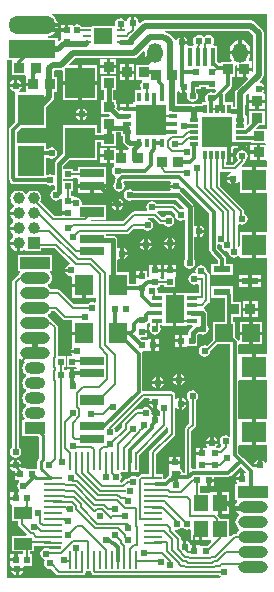
<source format=gtl>
%FSTAX23Y23*%
%MOIN*%
%SFA1B1*%

%IPPOS*%
%ADD10R,0.078740X0.031500*%
%ADD11R,0.078740X0.035430*%
%ADD12R,0.078740X0.070870*%
%ADD13R,0.033470X0.037400*%
%ADD14R,0.011810X0.028740*%
%ADD15R,0.028740X0.011810*%
%ADD16R,0.098430X0.098430*%
%ADD17R,0.057090X0.023620*%
%ADD18R,0.019690X0.023620*%
%ADD19R,0.023620X0.019690*%
%ADD20R,0.048000X0.056000*%
%ADD21R,0.023620X0.024410*%
%ADD22R,0.061020X0.039370*%
%ADD23R,0.060000X0.060000*%
%ADD24R,0.037400X0.033470*%
%ADD25R,0.104000X0.104000*%
%ADD26R,0.031500X0.013780*%
%ADD27R,0.013780X0.031500*%
%ADD28R,0.063000X0.071000*%
%ADD29R,0.015750X0.062990*%
%ADD30R,0.099000X0.101000*%
%ADD31R,0.059060X0.009840*%
%ADD32R,0.009840X0.059060*%
%ADD33R,0.090550X0.104330*%
%ADD34R,0.064960X0.094490*%
%ADD35R,0.033470X0.013780*%
%ADD36R,0.064960X0.053150*%
%ADD37R,0.027560X0.009840*%
%ADD38C,0.020000*%
%ADD39C,0.008000*%
%ADD40C,0.012000*%
%ADD41C,0.010000*%
%ADD42C,0.025000*%
%ADD43C,0.015000*%
%ADD44C,0.013780*%
%ADD45R,0.098430X0.039370*%
%ADD46O,0.098430X0.039370*%
%ADD47C,0.039370*%
%ADD48R,0.039370X0.039370*%
%ADD49R,0.068900X0.039370*%
%ADD50O,0.068900X0.039370*%
%ADD51O,0.051180X0.066930*%
%ADD52R,0.157480X0.059060*%
%ADD53O,0.157480X0.059060*%
%ADD54C,0.024000*%
%LNpowerpcb-1*%
%LPD*%
G36*
X00477Y-01285D02*
X00476Y-01287D01*
X00475Y-01289*
X00495*
Y-01295*
X005*
Y-01314*
X00501Y-01314*
X00505Y-01316*
X00506Y-01317*
X00507Y-01322*
X00511Y-01328*
X00513Y-0133*
Y-01338*
X00511Y-01339*
X00508Y-0134*
X00502Y-01336*
X005Y-01335*
Y-01355*
X00489*
Y-01335*
X00488Y-01336*
X00485Y-01334*
X00483Y-01332*
X00484Y-0133*
X00482Y-01322*
X00478Y-01316*
X00472Y-01312*
X00465Y-0131*
X00457Y-01312*
X00451Y-01316*
X00449Y-01318*
X00435*
X0043Y-01319*
X00427Y-01322*
X00389Y-0136*
X00386Y-01363*
X00385Y-01368*
Y-01378*
X00369Y-01395*
X00363Y-01393*
X00362Y-01387*
X00359Y-01381*
X00459Y-01281*
X00475*
X00477Y-01285*
G37*
G36*
X00538Y-0138D02*
Y-01395D01*
X00479Y-01454*
X00476Y-01458*
X00475Y-01462*
Y-01535*
X0045*
Y-01535*
X00446Y-01536*
X00442Y-01539*
X00438Y-01543*
X00434Y-01544*
X0043Y-01541*
X00423Y-0154*
X00416Y-01541*
X00409Y-01546*
X00408Y-01548*
X00404*
X004Y-01549*
X00396Y-01551*
X00384Y-01563*
X0038*
X00378Y-01558*
X00378Y-01558*
X00382Y-01552*
X00384Y-01545*
X00382Y-01537*
X00378Y-01531*
X00379Y-0153*
X0038Y-01526*
X00397*
Y-01527*
X00404*
Y-0149*
X00416*
Y-01527*
X00423*
Y-01526*
X00441*
Y-0147*
X00532Y-01379*
X00533Y-01378*
X00538Y-0138*
G37*
G36*
X00782Y-01511D02*
X00798Y-01527D01*
X00798Y-01529*
X00793Y-01531*
X00792Y-01531*
X0079Y-0153*
Y-0155*
X00785*
Y-01555*
X00765*
X00766Y-01557*
X00769Y-01563*
X00768Y-01568*
X00763*
Y-01621*
X00767*
X00769Y-01626*
X00766Y-01631*
X00763Y-01637*
X00763Y-01639*
X0082*
Y-0165*
X00763*
X00763Y-01652*
X00766Y-01658*
X0077Y-01664*
X00774Y-01667*
X00774Y-01673*
X00774Y-01673*
X00771Y-01675*
X00767Y-01681*
X00764Y-01688*
X00763Y-01695*
X00764Y-01701*
X00767Y-01708*
X00771Y-01714*
X00775Y-01716*
X00775Y-01717*
Y-01722*
X00775Y-01723*
X00771Y-01725*
X00767Y-01731*
X00766Y-01733*
X0076*
X00755Y-01734*
X00752Y-01737*
X00747Y-01742*
X00742Y-0174*
Y-01683*
X0071*
X0071Y-0168*
X00707Y-01677*
X00702Y-01671*
X00704Y-01666*
X00705*
Y-01631*
Y-01595*
X00679*
X00679Y-01596*
X00646*
Y-01573*
X00652*
X00656Y-01574*
Y-01574*
X00668*
Y-01555*
X00674*
Y-01549*
X00692*
Y-01543*
X00739*
X00744Y-01542*
X00749Y-01539*
X00777Y-01511*
X00782*
G37*
G36*
X00461Y-00126D02*
Y-00137D01*
X00463Y-00145*
X00466Y-00153*
X00471Y-0016*
X00476Y-00164*
X00474Y-00169*
X00433*
Y-0022*
X0045*
X00452Y-00225*
X00451Y-00226*
X00447Y-00232*
X00445Y-0024*
X00447Y-00247*
X00449Y-0025*
X00446Y-00255*
X00427*
Y-00295*
X0042*
Y-00301*
X00409*
Y-00316*
X00403*
Y-00322*
X00379*
Y-00322*
X00374Y-00324*
X00365Y-00316*
Y-00315*
X00367Y-00313*
X00368Y-00308*
X00367Y-00302*
X00365Y-003*
Y-00288*
X00354*
Y-00255*
X00365*
Y-00208*
X00314*
Y-00255*
X00325*
Y-00288*
X00314*
Y-00335*
X00343*
X00345Y-00338*
X00343Y-00343*
X00314*
Y-0039*
Y-00393*
X00311Y-00398*
X00301*
Y-00372*
X00188*
Y-00465*
X00164Y-00489*
X00161Y-00494*
X0016Y-005*
Y-00536*
X00155Y-00538*
X00152Y-00537*
X00145Y-00535*
X00137Y-00537*
X00136Y-00537*
X00132Y-00535*
Y-00481*
X00133Y-0048*
X00137Y-00479*
X00142Y-00482*
X0015Y-00484*
X00157Y-00482*
X00163Y-00478*
X00167Y-00472*
X00169Y-00465*
X00167Y-00457*
X00163Y-00451*
X00157Y-00447*
X0015Y-00445*
X00142Y-00447*
X00137Y-0045*
X00133Y-00449*
X00132Y-00448*
Y-0043*
X00034*
Y-00393*
X00049Y-00379*
X00132*
Y-00312*
X00154Y-0029*
X00158Y-00284*
X00159Y-00277*
Y-0026*
X00167*
Y-00209*
X00159*
Y-0019*
X00162Y-00187*
X00181*
X00183Y-00186*
X00187Y-0019*
Y-00224*
X00239*
Y-00172*
X0021*
X00208Y-00167*
X00228Y-00147*
X00426*
X00433Y-00146*
X00438Y-00142*
X00456Y-00124*
X00461Y-00126*
G37*
G36*
X00868Y-0038D02*
X00865Y-00384D01*
X00835*
X00833Y-00379*
X00841Y-0037*
X0086*
Y-00323*
X00809*
Y-00365*
X00805Y-00369*
X00803Y-00368*
X00801Y-00367*
Y-00342*
X008*
X00796Y-00338*
X00797Y-00272*
X00804Y-00265*
X00808Y-00268*
Y-00286*
X00861*
Y-00267*
X00857*
X00855Y-00262*
X00858Y-00257*
X00859Y-00255*
X0084*
Y-00244*
X00859*
X00858Y-00242*
X00854Y-00235*
X00847Y-00231*
X00845Y-0023*
X00844Y-00225*
X00852Y-00217*
X00856Y-00211*
X00857Y-00205*
Y-00065*
X00856Y-00058*
X00852Y-00052*
X00827Y-00027*
X00821Y-00023*
X00815Y-00022*
X0046*
X00453Y-00023*
X00447Y-00027*
X00444Y-0003*
X00439Y-00028*
X00438Y-00022*
X00434Y-00015*
X00427Y-00011*
X00425Y-0001*
Y-0003*
X00414*
Y-0001*
X00412Y-00011*
X00405Y-00015*
X00401Y-00022*
X00401Y-00023*
X00395Y-00024*
X00393Y-00021*
X00387Y-00017*
X0038Y-00015*
X00372Y-00017*
X00366Y-00021*
X00362Y-00027*
X0036Y-00035*
X00361Y-00037*
X00358Y-00041*
X00284*
Y-00043*
X0025*
X00248Y-00041*
X00242Y-00037*
X00235Y-00035*
X00227Y-00037*
X00224Y-00039*
X00219Y-00037*
X00205*
Y-00055*
X002*
Y-00061*
X0018*
Y-00073*
X0018*
X00181Y-00077*
Y-00085*
X00178Y-00087*
X00175Y-0009*
X0017Y-00088*
Y-0008*
X00138*
X00138Y-00075*
X00143Y-00074*
X00153Y-0007*
X0016Y-00064*
X00166Y-00057*
X0017Y-00047*
X00171Y-00044*
X00085*
Y-00032*
X00171*
X0017Y-00028*
X00166Y-00019*
X0016Y-00011*
X00153Y-00005*
X00151Y-00005*
X00152Y0*
X00868*
Y-0038*
G37*
G36*
X00595Y-00264D02*
X00597Y-00263D01*
X00599Y-00262*
X00603Y-00266*
X00602Y-00267*
X006Y-00275*
X00602Y-00282*
X00606Y-00288*
X00612Y-00292*
X0062Y-00294*
X00627Y-00292*
X00633Y-00288*
X00637Y-00282*
X00639Y-00275*
X00637Y-00267*
X00633Y-00261*
X00633Y-00261*
Y-00251*
X00648*
Y-00245*
X00666*
Y-00251*
X00696*
X00698Y-00256*
X0069Y-00264*
X00689Y-00263*
X00681Y-00262*
X00674Y-00263*
X00668Y-00268*
X00663Y-00274*
X00662Y-00281*
X00663Y-00289*
X00664Y-0029*
X00662Y-00295*
X0065*
Y-00299*
X00632*
X00626Y-003*
X00625Y-00301*
X00623Y-003*
X00616Y-00299*
X00569*
Y-00259*
X00574Y-00257*
X00575Y-00259*
X00582Y-00263*
X00584Y-00264*
Y-00245*
X00595*
Y-00264*
G37*
G36*
X00019Y-00154D02*
Y-00205D01*
X0006*
X00064Y-00208*
Y-00209*
Y-00229*
X00089*
Y-0024*
X00064*
Y-00261*
X00042*
X00041Y-00256*
X00045Y-00253*
X00049Y-00246*
X0005Y-00245*
X00011*
X00012Y-00246*
X00016Y-00253*
X00023Y-00257*
X00024Y-00257*
X00027Y-00261*
Y-00263*
Y-00363*
X00012Y-00378*
X00009Y-00383*
X00008Y-00388*
Y-00547*
X00009Y-00552*
X00011Y-00555*
X00012Y-0056*
X00015Y-00564*
X00019Y-00567*
X00025Y-00568*
X00131*
X00131Y-00568*
X00137Y-00572*
X00145Y-00574*
X00152Y-00572*
X00155Y-00571*
X0016Y-00573*
Y-00586*
X00157Y-00587*
X00151Y-00591*
X00147Y-00597*
X00145Y-00605*
X00147Y-00612*
X00151Y-00618*
X00157Y-00622*
X00165Y-00624*
X00172Y-00622*
X00178Y-00618*
X00181Y-00614*
X00186Y-00616*
Y-00642*
X00185Y-00646*
X00185*
Y-00658*
X00205*
Y-0067*
X00185*
Y-00674*
X0016*
X00113Y-00627*
X00116Y-00621*
X00116Y-00615*
X00116Y-00608*
X00113Y-00601*
X00109Y-00595*
X00103Y-00591*
X00096Y-00589*
X0009Y-00588*
X00083Y-00589*
X00076Y-00591*
X0007Y-00595*
X00068Y-00599*
X00067Y-006*
X00062*
X00061Y-00599*
X00059Y-00595*
X00053Y-00591*
X00046Y-00589*
X0004Y-00588*
X00033Y-00589*
X00026Y-00591*
X0002Y-00595*
X00016Y-00601*
X00014Y-00608*
X00013Y-00615*
X00014Y-00621*
X00016Y-00628*
X0002Y-00634*
X00024Y-00636*
X00024Y-00636*
X00024Y-00642*
X0002Y-00645*
X00015Y-00651*
X00013Y-00657*
X00012Y-00659*
X0004*
Y-0067*
X00012*
X00013Y-00672*
X00015Y-00678*
X0002Y-00684*
X00023Y-00686*
Y-00693*
X0002Y-00695*
X00015Y-00701*
X00013Y-00707*
X00012Y-00709*
X0004*
Y-0072*
X00012*
X00013Y-00722*
X00015Y-00728*
X0002Y-00734*
X00023Y-00736*
Y-00743*
X0002Y-00745*
X00015Y-00751*
X00013Y-00757*
X00012Y-00759*
X0004*
Y-00765*
X00045*
Y-00792*
X00047Y-00791*
X00053Y-00789*
X00058Y-00785*
X00063Y-00787*
Y-00791*
X00116*
Y-00781*
X0016*
X0021Y-00831*
X00208Y-00835*
X00207Y-00836*
X002Y-0084*
X00196Y-00847*
X00195Y-00849*
X00215*
Y-0086*
X00195*
X00196Y-00862*
X002Y-00869*
X00207Y-00873*
X00215Y-00875*
X00215Y-00875*
X00219Y-00878*
Y-00899*
X00259*
Y-00905*
X00264*
Y-00948*
X00298*
X00298Y-00953*
Y-0096*
X00293Y-00963*
X00292Y-00962*
X00285Y-0096*
X00277Y-00962*
X00271Y-00966*
X00269Y-00968*
X00224*
X00177Y-00922*
X00174Y-00919*
X0017Y-00918*
X00148*
X00147Y-00916*
X00143Y-0091*
X00139Y-00908*
X00139Y-00907*
Y-00902*
X00139Y-00901*
X00143Y-00899*
X00147Y-00893*
X0015Y-00886*
X00151Y-0088*
X0015Y-00873*
X00147Y-00866*
X00144Y-00861*
X00144Y-00858*
X00146Y-00856*
X00151*
Y-00803*
X00038*
Y-00856*
X00043*
X00045Y-00858*
X00045Y-00861*
X00042Y-00866*
X0004Y-00869*
X0004Y-00869*
X00037Y-00872*
X00022Y-00887*
X00019Y-0089*
X00018Y-00895*
Y-01444*
X00016Y-01446*
X00012Y-01452*
X0001Y-0146*
X00012Y-01467*
X00016Y-01473*
X00022Y-01477*
X0003Y-01479*
X00037Y-01477*
X00043Y-01473*
X00047Y-01467*
X00049Y-0146*
X00047Y-01452*
X00043Y-01446*
X00041Y-01444*
Y-01151*
X00044Y-0115*
X00046Y-01149*
X00051Y-01154*
X00058Y-01156*
X00058Y-01156*
X0006Y-01162*
X00056Y-01166*
X00054Y-01173*
X00053Y-0118*
X00054Y-01186*
X00056Y-01193*
X00061Y-01199*
X00065Y-01201*
X00065Y-01202*
Y-01207*
X00065Y-01208*
X00061Y-0121*
X00056Y-01216*
X00054Y-01223*
X00053Y-0123*
X00054Y-01236*
X00056Y-01243*
X00061Y-01249*
X00065Y-01251*
X00065Y-01252*
Y-01257*
X00065Y-01258*
X00061Y-0126*
X00056Y-01266*
X00054Y-01273*
X00053Y-0128*
X00054Y-01286*
X00056Y-01293*
X00061Y-01299*
X00065Y-01301*
X00065Y-01302*
Y-01307*
X00065Y-01308*
X00061Y-0131*
X00056Y-01316*
X00054Y-01323*
X00053Y-0133*
X00054Y-01336*
X00056Y-01343*
X0006Y-01348*
X00059Y-01351*
X00058Y-01353*
X00053*
Y-01406*
X00104*
X00107Y-0141*
Y-01481*
X00107Y-01482*
X00104Y-01486*
X00103Y-01491*
Y-01512*
X00101Y-01516*
X00099Y-01516*
X00067*
X00063Y-01515*
Y-01515*
X00052*
X00049Y-0151*
X0001*
X00011Y-01512*
X00015Y-01519*
X00022Y-01523*
X00027Y-01524*
Y-01529*
X00045*
Y-0154*
X00027*
Y-01554*
X00042*
X00043Y-01559*
X00041Y-01561*
X00037Y-01567*
X00035Y-01575*
X00037Y-01582*
X00041Y-01588*
X00043Y-01589*
X00041Y-01594*
X00037*
Y-01615*
X00031*
Y-0162*
X00012*
Y-01635*
X00013*
X00017Y-01637*
Y-0169*
X00038*
Y-01701*
X00039Y-01705*
X00042Y-01709*
X00067Y-01734*
X00065Y-01739*
X00017*
Y-01792*
X00056*
Y-018*
X00051*
Y-01799*
X00037*
Y-0182*
X00031*
Y-01825*
X00012*
Y-0184*
X00014*
X00017Y-01845*
X00016Y-01846*
X00055*
X00054Y-01844*
X00054Y-01844*
X00057Y-01839*
X00086*
Y-018*
X00079*
Y-01792*
X00092*
Y-01773*
X00119*
Y-01775*
X00181*
X00183Y-0178*
X00178Y-01785*
X00145*
X0014Y-01782*
X00133Y-0178*
X00125Y-01782*
X00119Y-01786*
X00115Y-01792*
X00113Y-018*
X00115Y-01807*
X00119Y-01813*
X00124Y-01817*
X00126Y-01819*
X00127Y-01822*
X00126Y-01824*
X00124Y-01832*
X00126Y-01839*
X0013Y-01845*
X00136Y-01849*
X00144Y-01851*
X00149Y-0185*
X00168Y-01869*
X00171Y-01871*
X00176Y-01872*
X00222*
X00223Y-01872*
X00223Y-01872*
X00242*
X00246Y-01871*
X00247Y-01871*
X00252*
X00257Y-0187*
X0026Y-01867*
X00263Y-01864*
X00264Y-0186*
Y-01857*
X00276*
X0028Y-01858*
X00281Y-01862*
X00284Y-01866*
X00287Y-01869*
X0029Y-01871*
X00295Y-01872*
X00341*
X00341Y-01872*
X00341Y-01872*
X0036*
X00361Y-01872*
X00361Y-01872*
X0038*
X0038Y-01872*
X00381Y-01872*
X004*
X004Y-01872*
X004Y-01872*
X00419*
X0042Y-01872*
X0042Y-01872*
X00439*
X00443Y-01871*
X00444Y-01871*
X00709*
X00711Y-01873*
X00714Y-01875*
X00713Y-0188*
X0*
Y-00153*
X00014*
X00019Y-00154*
G37*
G36*
X0038Y-00407D02*
X00388D01*
Y-00423*
X00389Y-00428*
X00392Y-00433*
X00401Y-00442*
X00406Y-00445*
X00406Y-00445*
X00407Y-00446*
X00408Y-00448*
X00404Y-00453*
X00388*
Y-0048*
X00376*
Y-00453*
X00366*
Y-00448*
X00345*
Y-00472*
Y-00497*
X00358*
Y-00506*
X00356Y-00511*
X00356Y-00511*
X00352Y-00517*
X0035Y-00525*
X00352Y-00532*
X00356Y-00538*
X00362Y-00542*
X00362Y-00543*
X00363Y-00546*
X00364Y-00548*
X00362Y-0055*
X00362*
X00362Y-00552*
X00361Y-00555*
Y-00561*
X00361Y-00561*
X00357Y-00567*
X00355Y-00575*
X00357Y-00582*
X00361Y-00588*
X00367Y-00592*
X00375Y-00594*
X00382Y-00592*
X00388Y-00588*
X00392Y-00582*
X00394Y-00575*
X00392Y-00567*
X00389Y-00562*
X00392Y-00558*
X00546*
X00548Y-00563*
X00546Y-00567*
X00545Y-00569*
X00565*
Y-0058*
X00545*
X00546Y-00582*
X00547Y-00585*
X00545Y-0059*
X00422*
X00417Y-00587*
X0041Y-00585*
X00402Y-00587*
X00396Y-00591*
X00392Y-00597*
X0039Y-00605*
X00392Y-00612*
X00396Y-00618*
X00402Y-00622*
X0041Y-00624*
X00417Y-00622*
X00422Y-00619*
X00563*
X00591Y-00647*
X00591Y-00648*
X0059Y-00649*
X00585Y-00651*
X0058Y-0065*
X00577Y-00651*
X00562Y-00637*
X00559Y-00634*
X00555Y-00633*
Y-00633*
X005*
X00498Y-00631*
X00492Y-00627*
X00485Y-00625*
X00477Y-00627*
X00471Y-00631*
X00467Y-00637*
X00465Y-00645*
X00467Y-00652*
X00468Y-00653*
X00465Y-00658*
X00425*
X0042Y-00659*
X00417Y-00662*
X00387Y-00691*
X00283*
X00281Y-00686*
X00281Y-00686*
X00331*
Y-00637*
X00254*
X0025Y-00633*
X00251Y-00631*
X00249Y-00624*
X00245Y-00617*
X00239Y-00613*
X00231Y-00612*
X00228Y-00612*
X00223Y-00608*
Y-00608*
X00216*
Y-00591*
X00223*
Y-00557*
X00189*
Y-00552*
X00223*
Y-00546*
X00234*
X00238Y-00549*
Y-00567*
X00332*
Y-00549*
X00331*
Y-00509*
X00239*
Y-00524*
X00223*
Y-00518*
X00189*
Y-00506*
X00208Y-00487*
X00301*
Y-00427*
X00314*
Y-00441*
X00365*
Y-00394*
X0038*
Y-00407*
G37*
G36*
X00814Y-00431D02*
X00862D01*
X00865Y-00435*
X00864Y-00438*
X00845*
Y-00462*
Y-00487*
X00866*
X00868Y-00491*
Y-00506*
X00864Y-0051*
X0083*
Y-00553*
Y-00597*
X00868*
Y-00726*
X0083*
Y-0077*
Y-00813*
X00868*
Y-01135*
X0083*
Y-01178*
Y-01222*
X00868*
Y-01352*
X0083*
Y-01395*
Y-01438*
X00868*
Y-01495*
X00867Y-01495*
X00863Y-01496*
X00859Y-0149*
X00852Y-01486*
X0085Y-01485*
Y-01505*
X00845*
Y-0151*
X00822*
X00821Y-01511*
X00789Y-0148*
X00773Y-01464*
Y-0144*
X00777Y-01438*
X00818*
Y-01395*
Y-01352*
X00777*
X00773Y-0135*
Y-01223*
X00777Y-01222*
X00818*
Y-01178*
Y-01135*
X00777*
X00773Y-01133*
Y-01105*
X00777Y-01102*
X00778*
X00809*
Y-0107*
X00777*
Y-01088*
X00772Y-01089*
X00772Y-01089*
X00769Y-01085*
X00762Y-01078*
Y-01028*
X00754*
Y-0101*
X00781*
Y-00959*
X00754*
Y-00936*
X00754Y-00934*
Y-00908*
X00683*
Y-00946*
X00728*
Y-01028*
X00688*
Y-01086*
X00667Y-01107*
X0066Y-01105*
X00652Y-01107*
X00646Y-01111*
X00642Y-01117*
X0064Y-01125*
X00642Y-01132*
X00646Y-01138*
X00652Y-01142*
X0066Y-01144*
X00667Y-01142*
X00673Y-01138*
X00677Y-01132*
X00679Y-01126*
X00703Y-01102*
X00746*
Y-01407*
X00741Y-0141*
X00737Y-01407*
X0073Y-01405*
X00722Y-01407*
X00716Y-01411*
X00712Y-01417*
X0071Y-01425*
X00712Y-01432*
X00716Y-01438*
X00716Y-01442*
X0071Y-01448*
X00701*
X00699Y-01443*
X00703Y-01437*
X00704Y-01435*
X00665*
X00666Y-01437*
X00669Y-01442*
X00667Y-01447*
X00655*
Y-01465*
X0065*
Y-01471*
X0063*
Y-01483*
X0063*
X00631Y-01487*
Y-01488*
Y-01516*
X0062*
X0062*
X00616Y-01512*
Y-01389*
X00627Y-01378*
X0063Y-01374*
X00631Y-0137*
Y-0129*
X00633Y-01288*
X00637Y-01282*
X00639Y-01275*
X00637Y-01267*
X00633Y-01261*
X00627Y-01257*
X0062Y-01255*
X00612Y-01257*
X00606Y-01261*
X00602Y-01267*
X006Y-01275*
X00602Y-01282*
X00606Y-01288*
X00608Y-0129*
Y-01365*
X00597Y-01377*
X00594Y-0138*
X00594Y-01385*
Y-01531*
X00588*
X00587Y-0153*
X00586Y-01525*
X00584Y-01521*
X00579Y-01518*
X00578Y-01518*
Y-01517*
X00579Y-01513*
X00579*
Y-01501*
X0054*
Y-01513*
X0054*
X00541Y-01517*
Y-01518*
Y-01542*
X00539Y-01542*
X00535Y-01545*
X00528Y-01552*
X00523Y-01551*
Y-01535*
X00498*
Y-01467*
X00557Y-01407*
X0056Y-01404*
X00561Y-014*
Y-01316*
X00563Y-01315*
X00566Y-01314*
X00572Y-01318*
X00574Y-01319*
Y-013*
Y-0128*
X00572Y-01281*
X00566Y-01285*
X00563Y-01284*
X00561Y-01283*
Y-0127*
X0056Y-01265*
X00557Y-01262*
X00554Y-01259*
X0055Y-01258*
X00455*
Y-01258*
X00453Y-01257*
Y-01134*
X00452Y-01129*
X00451Y-01128*
X00454Y-01123*
X00466*
X00467*
X00471Y-01124*
Y-01124*
X00483*
Y-01105*
Y-01085*
X00471*
Y-01085*
X00467Y-01086*
X00466*
X0045*
X00446Y-01082*
X00447Y-01077*
X00469*
Y-01065*
X0045*
Y-01053*
X00469*
Y-01041*
X00469*
X00468Y-01037*
X00469Y-01033*
X00474Y-0103*
X00477Y-01031*
X00477Y-01032*
X00478Y-01037*
X00477Y-01041*
X00477Y-01042*
X00475Y-0105*
X00477Y-01057*
X00481Y-01063*
X00487Y-01067*
X00495Y-01069*
X00502Y-01067*
X00508Y-01063*
X00512Y-01057*
X00514Y-0105*
X00513Y-01043*
X00513Y-01043*
Y-01037*
X00519*
Y-0104*
X00554*
Y-00985*
Y-00929*
X00519*
Y-00932*
X00507*
X00503Y-00927*
X00504Y-00925*
X00502Y-00917*
X00501Y-00915*
X00504Y-00911*
X00513*
Y-00905*
X00526*
Y-00911*
X00563*
Y-00878*
Y-00877*
X00564Y-00873*
X00564*
Y-00861*
X00525*
Y-00873*
X00525*
X00526Y-00877*
Y-00878*
Y-00883*
X00517*
X00513Y-00879*
Y-00878*
Y-00877*
X00514Y-00873*
X00514*
Y-00861*
X00495*
Y-00855*
X00489*
Y-00837*
X00475*
Y-00873*
X00475Y-00877*
X00474Y-00878*
X00469Y-00877*
Y-00857*
X00455*
Y-00875*
X0045*
Y-00881*
X0043*
Y-00893*
X0043Y-00898*
X00428Y-00901*
X00408*
Y-00862*
X00369*
Y-00819*
X00374Y-00817*
X00377Y-00818*
X00379Y-00819*
Y-008*
Y-0078*
X00377Y-00781*
X00374Y-00782*
X00369Y-0078*
Y-00755*
X00368Y-00749*
X00365Y-00744*
X0036Y-00741*
X00355Y-0074*
X00331*
Y-00735*
X00401*
X00405Y-00734*
X00409Y-00731*
X00424Y-00716*
X00454*
X00456Y-00718*
X00462Y-00722*
X0047Y-00724*
X00477Y-00722*
X00483Y-00718*
X00487Y-00712*
X00489Y-00705*
X00487Y-00697*
X00483Y-00691*
X00477Y-00687*
X00472Y-00686*
X00473Y-00681*
X0049*
X00507Y-00697*
X0051Y-007*
X00515Y-00701*
X00524*
X00526Y-00703*
X00532Y-00707*
X0054Y-00709*
X00547Y-00707*
X00553Y-00703*
X00557Y-00697*
X00559Y-0069*
X00557Y-00682*
X00553Y-00676*
X00547Y-00672*
X0054Y-0067*
X00532Y-00672*
X00526Y-00676*
X00524Y-00678*
X00519*
X00502Y-00662*
X00502Y-00661*
X00502Y-0066*
X00504Y-00656*
X0055*
X00561Y-00667*
X0056Y-0067*
X00562Y-00677*
X00566Y-00683*
X00572Y-00687*
X0058Y-00689*
X00587Y-00687*
X0059Y-00686*
X00595Y-00688*
Y-00817*
X00592Y-00822*
X0059Y-0083*
X00592Y-00837*
X00596Y-00843*
X00602Y-00847*
X0061Y-00849*
X00617Y-00847*
X00623Y-00843*
X00627Y-00837*
X00629Y-0083*
X00627Y-00822*
X00624Y-00817*
Y-00744*
X00629Y-00742*
X00632Y-00743*
X00634Y-00744*
Y-00725*
Y-00705*
X00632Y-00706*
X00629Y-00707*
X00624Y-00705*
Y-00645*
X00623Y-00639*
X0062Y-00634*
X0058Y-00594*
X00579Y-00593*
Y-00589*
X00583Y-00582*
X00584Y-0058*
X00589Y-00578*
X00676Y-00665*
Y-00787*
X00677Y-00792*
X0068Y-00796*
X00705Y-00821*
Y-00833*
X00683*
Y-00871*
X00754*
Y-00833*
X00731*
Y-00816*
X0073Y-00811*
X00728Y-00806*
X00703Y-00782*
Y-0077*
X00705Y-00768*
X00708Y-00768*
X00715Y-00769*
X00717Y-00771*
X00719Y-00779*
X00723Y-00785*
X00729Y-00789*
X00736Y-00791*
X00739Y-00793*
X0074Y-00801*
X00745Y-00807*
X00751Y-00811*
X00758Y-00813*
X00766Y-00811*
X00772Y-00807*
X00772Y-00807*
X00777Y-00809*
Y-00813*
X00818*
Y-0077*
Y-00726*
X00777*
Y-00773*
X00772Y-00776*
X00771Y-00775*
Y-00704*
X00776Y-00701*
X00777Y-00702*
X00785Y-00704*
X00792Y-00702*
X00798Y-00698*
X00802Y-00692*
X00804Y-00685*
X00802Y-00677*
X00798Y-00671*
X00793Y-00667*
Y-00658*
X00792Y-00653*
X00789Y-0065*
X00713Y-00574*
Y-00528*
X00715Y-00527*
X00718Y-00525*
X00722Y-00526*
X00747*
X00747Y-00531*
X00747Y-00531*
X0074Y-00535*
X00736Y-00542*
X00735Y-00544*
X00755*
Y-0055*
X0076*
Y-00569*
X00762Y-00568*
X00769Y-00564*
X00772Y-00559*
X00777Y-00561*
Y-00597*
X00818*
Y-00553*
Y-0051*
X00786*
X00785Y-00505*
X00792Y-00497*
X00795Y-00494*
X00796Y-0049*
X00798Y-00488*
X00802Y-00482*
X00804Y-00475*
X00802Y-00467*
X00798Y-00461*
X00792Y-00457*
X00785Y-00455*
X00777Y-00457*
X00771Y-00461*
X00767Y-00467*
X00765Y-00475*
X00767Y-00482*
X0077Y-00488*
X00755Y-00503*
X00733*
Y-00493*
X00735*
Y-00471*
X00741*
Y-00465*
X00755*
Y-00451*
X00759*
Y-00447*
X00773*
Y-00433*
X00779*
Y-00427*
X00801*
Y-00427*
X00814*
Y-00431*
G37*
G36*
X00187Y-01017D02*
X0019Y-0102D01*
X00195Y-01021*
X00214*
X00219Y-01021*
Y-01059*
X00259*
Y-0107*
X00219*
Y-01108*
X00219Y-01113*
X00216Y-01117*
X00215Y-01119*
X00235*
Y-0113*
X00215*
X00216Y-01132*
X00218Y-01136*
X00215Y-01141*
X00202*
Y-01178*
X00232*
X00235Y-01183*
X00233Y-01185*
X00225*
Y-01205*
X00213*
Y-01185*
X00201*
Y-01185*
X00197Y-01186*
X00191*
Y-01178*
X00197*
Y-01141*
X00171*
Y-01045*
X0017Y-0104*
X00167Y-01037*
X00152Y-01022*
X00149Y-01019*
X00149Y-01019*
X00147Y-01016*
X00143Y-0101*
X00139Y-01008*
X00139Y-01007*
Y-01002*
X00139Y-01001*
X00143Y-00999*
X00147Y-00993*
X00148Y-00991*
X0016*
X00187Y-01017*
G37*
G36*
X00589Y-01714D02*
X00594Y-01717D01*
X00602Y-01719*
X00609Y-01717*
X00611Y-01716*
X00616Y-01719*
Y-01754*
X00642*
Y-01718*
X00653*
Y-01754*
X00679*
X00682Y-01754*
X00683Y-0176*
X0067Y-01773*
X00647*
X00643Y-01772*
Y-01772*
X00631*
Y-01792*
X00619*
Y-01772*
X00613*
X00612Y-01768*
X00608Y-01761*
X00601Y-01757*
X00599Y-01756*
Y-01776*
X00588*
Y-01756*
X00587Y-01757*
X00582Y-01754*
Y-01749*
X00581Y-01745*
X00578Y-01741*
X0056Y-01723*
X00563Y-01719*
X00569Y-0172*
X00576Y-01718*
X00582Y-01714*
X00583Y-01713*
X00586*
X00589Y-01714*
G37*
G36*
X00822Y-00072D02*
Y-00193D01*
X00822Y-00193*
X00818Y-0019*
X00798*
Y-00211*
X00802*
X00804Y-00216*
X00767Y-00253*
X00765Y-00255*
X00763Y-00258*
Y-00258*
X00763Y-00258*
X00763Y-00261*
X00761Y-00264*
X0076Y-0027*
Y-0031*
X00754*
Y-00295*
X00728*
Y-00269*
X00728Y-00266*
X00747Y-00246*
X0075Y-00242*
X00752Y-00236*
Y-0021*
X00761*
Y-00174*
X00766Y-00171*
X00768Y-00172*
Y-00179*
X00817*
Y-00158*
X0081*
X00809Y-00157*
X00808Y-00153*
X00811Y-00145*
X00812Y-00137*
Y-00135*
X00745*
Y-00137*
X00746Y-00145*
X00749Y-00153*
X0075Y-00154*
X00748Y-00159*
X00714*
Y-00163*
X00709Y-00164*
X00703Y-00159*
Y-00106*
X00691*
X00688Y-00101*
X00691Y-00097*
X00692Y-0009*
X00691Y-00082*
X00687Y-00076*
X0068Y-00072*
X00673Y-0007*
X00666Y-00072*
X0066Y-00075*
X00657Y-00076*
X00654Y-00075*
X00648Y-00072*
X00641Y-0007*
X00634Y-00072*
X00627Y-00076*
X00623Y-00082*
X00622Y-0009*
X00623Y-00097*
X00626Y-00101*
X00623Y-00106*
X00607*
X00606Y-00105*
X00603Y-00101*
X00604Y-001*
X00585*
Y-00095*
X00579*
Y-00075*
X00577Y-00076*
X0057Y-0008*
X00566Y-00087*
X00566Y-00088*
X00561Y-00088*
X0056Y-00088*
X00557Y-00082*
X00542Y-00067*
X00536Y-00063*
X0053Y-00062*
X0053Y-00062*
X0053Y-00062*
X00528Y-00062*
X00529Y-00057*
X00807*
X00822Y-00072*
G37*
%LNpowerpcb-2*%
%LPC*%
G36*
X00507Y-0111D02*
X00495D01*
Y-01124*
X00507*
Y-0111*
G37*
G36*
X00852Y-01027D02*
X0082D01*
Y-01059*
X00852*
Y-01027*
G37*
G36*
X00569Y-012D02*
X00567Y-01201D01*
X0056Y-01205*
X00556Y-01212*
X00555Y-01214*
X00569*
Y-012*
G37*
G36*
X0058D02*
Y-01214D01*
X00594*
X00593Y-01212*
X00589Y-01205*
X00582Y-01201*
X0058Y-012*
G37*
G36*
X00809Y-01027D02*
X00777D01*
Y-01059*
X00809*
Y-01027*
G37*
G36*
X00852Y-0107D02*
X0082D01*
Y-01102*
X00852*
Y-0107*
G37*
G36*
X00507Y-01085D02*
X00495D01*
Y-01099*
X00507*
Y-01085*
G37*
G36*
X00574Y-01095D02*
X00562D01*
Y-01109*
X00574*
Y-01095*
G37*
G36*
Y-0107D02*
X00562D01*
Y-01084*
X00574*
Y-0107*
G37*
G36*
X00847Y-0087D02*
X00817D01*
Y-00884*
X00847*
Y-0087*
G37*
G36*
X00805D02*
X00774D01*
Y-00884*
X00805*
Y-0087*
G37*
G36*
X00847Y-00895D02*
X00817D01*
Y-00909*
X00847*
Y-00895*
G37*
G36*
X00539Y-00837D02*
X00525D01*
Y-00849*
X00539*
Y-00837*
G37*
G36*
X00514D02*
X005D01*
Y-00849*
X00514*
Y-00837*
G37*
G36*
X00444Y-00857D02*
X0043D01*
Y-00869*
X00444*
Y-00857*
G37*
G36*
X00805Y-00895D02*
X00774D01*
Y-00909*
X00805*
Y-00895*
G37*
G36*
X00807Y-00958D02*
X00788D01*
Y-00979*
X00807*
Y-00958*
G37*
G36*
X00837Y-0099D02*
X00818D01*
Y-01011*
X00837*
Y-0099*
G37*
G36*
X00807D02*
X00788D01*
Y-01011*
X00807*
Y-0099*
G37*
G36*
X00649Y-00838D02*
X00641Y-0084D01*
X00635Y-00844*
X00631Y-0085*
X00629Y-00858*
X0063Y-0086*
X00627Y-00863*
X00625Y-00864*
X00618Y-00865*
X00612Y-0087*
X00608Y-00876*
X00606Y-00883*
X00608Y-00891*
X00612Y-00897*
X00618Y-00901*
X00626Y-00903*
X00633Y-00901*
X00635Y-009*
X0064Y-00903*
Y-00932*
X006*
Y-00929*
X00565*
Y-00985*
Y-0104*
X006*
Y-01038*
X00618*
X0062Y-01043*
X00609Y-01054*
X00608Y-01056*
X00606Y-01059*
X00605Y-01062*
X00605Y-01064*
Y-01067*
X00605Y-01067*
X00602Y-01069*
X00598Y-0107*
X00586*
Y-0109*
Y-01109*
X00598*
Y-01109*
X00602Y-01108*
X00603*
X00636*
Y-01071*
X00638Y-01067*
X00641Y-01064*
X00642*
X00647Y-01067*
X00655Y-01069*
X00662Y-01067*
X00668Y-01063*
X00672Y-01057*
X00674Y-0105*
X00672Y-01042*
X00669Y-01037*
Y-01*
X00669*
Y-00999*
X00669Y-00997*
X00668Y-00994*
X00666Y-00991*
X00665Y-00989*
Y-00989*
X00663Y-00987*
X0066Y-00985*
X00659Y-00984*
X00658Y-0098*
X00659Y-00979*
X00659Y-00978*
X00674Y-00963*
X00677Y-0096*
X00677Y-00955*
Y-00871*
X00677Y-00866*
X00674Y-00863*
X00668Y-00856*
X00666Y-0085*
X00662Y-00844*
X00656Y-0084*
X00649Y-00838*
G37*
G36*
X00253Y-0091D02*
X00219D01*
Y-00948*
X00253*
Y-0091*
G37*
G36*
X00837Y-00958D02*
X00818D01*
Y-00979*
X00837*
Y-00958*
G37*
G36*
X0051Y-0121D02*
Y-01224D01*
X00524*
X00523Y-01222*
X00519Y-01215*
X00512Y-01211*
X0051Y-0121*
G37*
G36*
X00839Y-01485D02*
X00837Y-01486D01*
X0083Y-0149*
X00826Y-01497*
X00825Y-01499*
X00839*
Y-01485*
G37*
G36*
X00779Y-0153D02*
X00777Y-01531D01*
X0077Y-01535*
X00766Y-01542*
X00765Y-01544*
X00779*
Y-0153*
G37*
G36*
X00692Y-0156D02*
X0068D01*
Y-01574*
X00692*
Y-0156*
G37*
G36*
X00554Y-01477D02*
X0054D01*
Y-01489*
X00554*
Y-01477*
G37*
G36*
X00035Y-01485D02*
Y-01499D01*
X00049*
X00048Y-01497*
X00044Y-0149*
X00037Y-01486*
X00035Y-01485*
G37*
G36*
X00024D02*
X00022Y-01486D01*
X00015Y-0149*
X00011Y-01497*
X0001Y-01499*
X00024*
Y-01485*
G37*
G36*
X00025Y-01799D02*
X00012D01*
Y-01814*
X00025*
Y-01799*
G37*
G36*
X00055Y-01857D02*
X00041D01*
Y-01871*
X00043Y-0187*
X0005Y-01866*
X00054Y-01859*
X00055Y-01857*
G37*
G36*
X0003D02*
X00016D01*
X00017Y-01859*
X00021Y-01866*
X00028Y-0187*
X0003Y-01871*
Y-01857*
G37*
G36*
X00025Y-01594D02*
X00012D01*
Y-01609*
X00025*
Y-01594*
G37*
G36*
X00743Y-01595D02*
X00717D01*
Y-01625*
X00743*
Y-01595*
G37*
G36*
Y-01636D02*
X00717D01*
Y-01666*
X00743*
Y-01636*
G37*
G36*
X00524Y-01235D02*
X0051D01*
Y-01249*
X00512Y-01248*
X00519Y-01244*
X00523Y-01237*
X00524Y-01235*
G37*
G36*
X00499D02*
X00485D01*
X00486Y-01237*
X0049Y-01244*
X00497Y-01248*
X00499Y-01249*
Y-01235*
G37*
G36*
X00585Y-0128D02*
Y-01294D01*
X00599*
X00598Y-01292*
X00594Y-01285*
X00587Y-01281*
X00585Y-0128*
G37*
G36*
X00499Y-0121D02*
X00497Y-01211D01*
X0049Y-01215*
X00486Y-01222*
X00485Y-01224*
X00499*
Y-0121*
G37*
G36*
X00594Y-01225D02*
X0058D01*
Y-01239*
X00582Y-01238*
X00589Y-01234*
X00593Y-01227*
X00594Y-01225*
G37*
G36*
X00569D02*
X00555D01*
X00556Y-01227*
X0056Y-01234*
X00567Y-01238*
X00569Y-01239*
Y-01225*
G37*
G36*
X00679Y-0141D02*
X00677Y-01411D01*
X0067Y-01415*
X00666Y-01422*
X00665Y-01424*
X00679*
Y-0141*
G37*
G36*
X00644Y-01447D02*
X0063D01*
Y-01459*
X00644*
Y-01447*
G37*
G36*
X00579Y-01477D02*
X00565D01*
Y-01489*
X00579*
Y-01477*
G37*
G36*
X00489Y-013D02*
X00475D01*
X00476Y-01302*
X0048Y-01309*
X00487Y-01313*
X00489Y-01314*
Y-013*
G37*
G36*
X00599Y-01305D02*
X00585D01*
Y-01319*
X00587Y-01318*
X00594Y-01314*
X00598Y-01307*
X00599Y-01305*
G37*
G36*
X0069Y-0141D02*
Y-01424D01*
X00704*
X00703Y-01422*
X00699Y-01415*
X00692Y-01411*
X0069Y-0141*
G37*
G36*
X00302Y-00236D02*
X0025D01*
Y-00288*
X00302*
Y-00236*
G37*
G36*
X00239D02*
X00187D01*
Y-00288*
X00239*
Y-00236*
G37*
G36*
X00397Y-00301D02*
X00379D01*
Y-0031*
X00397*
Y-00301*
G37*
G36*
X00302Y-00172D02*
X0025D01*
Y-00224*
X00302*
Y-00172*
G37*
G36*
X00036Y-0022D02*
Y-00233D01*
X0005*
X00049Y-00231*
X00045Y-00224*
X00038Y-0022*
X00036Y-0022*
G37*
G36*
X00025D02*
X00023Y-0022D01*
X00016Y-00224*
X00012Y-00231*
X00011Y-00233*
X00025*
Y-0022*
G37*
G36*
X00861Y-00297D02*
X0084D01*
Y-00316*
X00861*
Y-00297*
G37*
G36*
X00269Y-0034D02*
X00255D01*
Y-00354*
X00257Y-00353*
X00264Y-00349*
X00268Y-00342*
X00269Y-0034*
G37*
G36*
X00244D02*
X0023D01*
X00231Y-00342*
X00235Y-00349*
X00242Y-00353*
X00244Y-00354*
Y-0034*
G37*
G36*
X00801Y-00439D02*
X00785D01*
Y-00447*
X00801*
Y-00439*
G37*
G36*
X00829Y-00297D02*
X00808D01*
Y-00316*
X00829*
Y-00297*
G37*
G36*
X00255Y-00315D02*
Y-00329D01*
X00269*
X00268Y-00327*
X00264Y-0032*
X00257Y-00316*
X00255Y-00315*
G37*
G36*
X00244D02*
X00242Y-00316D01*
X00235Y-0032*
X00231Y-00327*
X0023Y-00329*
X00244*
Y-00315*
G37*
G36*
X00773Y-00088D02*
X0077Y-00088D01*
X00762Y-00092*
X00755Y-00097*
X00749Y-00104*
X00746Y-00112*
X00745Y-00121*
Y-00123*
X00773*
Y-00088*
G37*
G36*
X00366Y-00152D02*
X00345D01*
Y-00171*
X00366*
Y-00152*
G37*
G36*
X00334D02*
X00313D01*
Y-00171*
X00334*
Y-00152*
G37*
G36*
X00194Y-00037D02*
X0018D01*
Y-00049*
X00194*
Y-00037*
G37*
G36*
X0059Y-00075D02*
Y-00089D01*
X00604*
X00603Y-00087*
X00599Y-0008*
X00592Y-00076*
X0059Y-00075*
G37*
G36*
X00785Y-00088D02*
Y-00123D01*
X00812*
Y-00121*
X00811Y-00112*
X00808Y-00104*
X00803Y-00097*
X00796Y-00092*
X00787Y-00088*
X00785Y-00088*
G37*
G36*
X00426Y-00168D02*
X00407D01*
Y-00189*
X00426*
Y-00168*
G37*
G36*
X00787Y-0019D02*
X00768D01*
Y-00211*
X00787*
Y-0019*
G37*
G36*
X00426Y-002D02*
X00407D01*
Y-00221*
X00426*
Y-002*
G37*
G36*
X00396D02*
X00377D01*
Y-00221*
X00396*
Y-002*
G37*
G36*
Y-00168D02*
X00377D01*
Y-00189*
X00396*
Y-00168*
G37*
G36*
X00366Y-00182D02*
X00345D01*
Y-00201*
X00366*
Y-00182*
G37*
G36*
X00334D02*
X00313D01*
Y-00201*
X00334*
Y-00182*
G37*
G36*
X0047Y-0075D02*
Y-00764D01*
X00484*
X00483Y-00762*
X00479Y-00755*
X00472Y-00751*
X0047Y-0075*
G37*
G36*
X00459D02*
X00457Y-00751D01*
X0045Y-00755*
X00446Y-00762*
X00445Y-00764*
X00459*
Y-0075*
G37*
G36*
X00564Y-0077D02*
X0055D01*
Y-00784*
X00552Y-00783*
X00559Y-00779*
X00563Y-00772*
X00564Y-0077*
G37*
G36*
X00659Y-0073D02*
X00645D01*
Y-00744*
X00647Y-00743*
X00654Y-00739*
X00658Y-00732*
X00659Y-0073*
G37*
G36*
X0055Y-00745D02*
Y-00759D01*
X00564*
X00563Y-00757*
X00559Y-0075*
X00552Y-00746*
X0055Y-00745*
G37*
G36*
X00539D02*
X00537Y-00746D01*
X0053Y-0075*
X00526Y-00757*
X00525Y-00759*
X00539*
Y-00745*
G37*
G36*
Y-0077D02*
X00525D01*
X00526Y-00772*
X0053Y-00779*
X00537Y-00783*
X00539Y-00784*
Y-0077*
G37*
G36*
X0039Y-0078D02*
Y-00794D01*
X00404*
X00403Y-00792*
X00399Y-00785*
X00392Y-00781*
X0039Y-0078*
G37*
G36*
X00404Y-00805D02*
X0039D01*
Y-00819*
X00392Y-00818*
X00399Y-00814*
X00403Y-00807*
X00404Y-00805*
G37*
G36*
X00564Y-00837D02*
X0055D01*
Y-00849*
X00564*
Y-00837*
G37*
G36*
X00484Y-00775D02*
X0047D01*
Y-00789*
X00472Y-00788*
X00479Y-00784*
X00483Y-00777*
X00484Y-00775*
G37*
G36*
X00459D02*
X00445D01*
X00446Y-00777*
X0045Y-00784*
X00457Y-00788*
X00459Y-00789*
Y-00775*
G37*
G36*
X00034Y-0077D02*
X00012D01*
X00013Y-00772*
X00015Y-00778*
X0002Y-00784*
X00026Y-00789*
X00032Y-00791*
X00034Y-00792*
Y-0077*
G37*
G36*
X00755Y-00477D02*
X00747D01*
Y-00493*
X00755*
Y-00477*
G37*
G36*
X00334Y-00478D02*
X00313D01*
Y-00497*
X00334*
Y-00478*
G37*
G36*
X00749Y-00555D02*
X00735D01*
X00736Y-00557*
X0074Y-00564*
X00747Y-00568*
X00749Y-00569*
Y-00555*
G37*
G36*
X00834Y-00438D02*
X00813D01*
Y-00457*
X00834*
Y-00438*
G37*
G36*
X00334Y-00448D02*
X00313D01*
Y-00467*
X00334*
Y-00448*
G37*
G36*
X00834Y-00468D02*
X00813D01*
Y-00487*
X00834*
Y-00468*
G37*
G36*
X00332Y-00579D02*
X00291D01*
Y-00597*
X00332*
Y-00579*
G37*
G36*
X00389Y-0064D02*
X00375D01*
Y-00654*
X00377Y-00653*
X00384Y-00649*
X00388Y-00642*
X00389Y-0064*
G37*
G36*
X00364D02*
X0035D01*
X00351Y-00642*
X00355Y-00649*
X00362Y-00653*
X00364Y-00654*
Y-0064*
G37*
G36*
X00645Y-00705D02*
Y-00719D01*
X00659*
X00658Y-00717*
X00654Y-0071*
X00647Y-00706*
X00645Y-00705*
G37*
G36*
X00279Y-00579D02*
X00238D01*
Y-00597*
X00279*
Y-00579*
G37*
G36*
X00375Y-00615D02*
Y-00629D01*
X00389*
X00388Y-00627*
X00384Y-0062*
X00377Y-00616*
X00375Y-00615*
G37*
G36*
X00364D02*
X00362Y-00616D01*
X00355Y-0062*
X00351Y-00627*
X0035Y-00629*
X00364*
Y-00615*
G37*
%LNpowerpcb-3*%
%LPD*%
G54D10*
X00285Y-00532D03*
Y-00573D03*
Y-0075D03*
Y-00791D03*
Y-01417D03*
Y-01375D03*
Y-01198D03*
Y-01157D03*
G54D11*
X00285Y-00662D03*
Y-01287D03*
G54D12*
X00824Y-0077D03*
Y-00553D03*
Y-01178D03*
Y-01395D03*
G54D13*
X00437Y-0048D03*
X00382D03*
X00812Y-00985D03*
X00757D03*
X00572Y-00495D03*
X00517D03*
X00097Y-0018D03*
X00042D03*
X00737Y-00185D03*
X00792D03*
X00144Y-00235D03*
X00089D03*
X00552Y-00205D03*
X00497D03*
X00457Y-00195D03*
X00402D03*
G54D14*
X00662Y-00317D03*
X00682D03*
X00702D03*
X00722D03*
X00741D03*
Y-00471D03*
X00722D03*
X00702D03*
X00682D03*
X00662D03*
G54D15*
X00779Y-00355D03*
Y-00374D03*
Y-00394D03*
Y-00414D03*
Y-00433D03*
X00625D03*
Y-00414D03*
Y-00394D03*
Y-00374D03*
Y-00355D03*
G54D16*
X00702Y-00394D03*
G54D17*
X00811Y-0089D03*
X00718Y-00927D03*
Y-00852D03*
G54D18*
X00399Y-00985D03*
X0036D03*
X00635Y-01555D03*
X00674D03*
X00625Y-01792D03*
X00664D03*
X0018Y-01205D03*
X00219D03*
X0045Y-01105D03*
X00489D03*
X0018Y-0116D03*
X00219D03*
X00619Y-0109D03*
X0058D03*
X00045Y-01535D03*
X00084D03*
G54D19*
X00695Y-01504D03*
Y-01465D03*
X0065D03*
Y-01504D03*
X0056Y-01534D03*
Y-01495D03*
X00545Y-00894D03*
Y-00855D03*
X00495Y-00894D03*
Y-00855D03*
X0045Y-00914D03*
Y-00875D03*
X00205Y-00625D03*
Y-00664D03*
Y-00574D03*
Y-00535D03*
X002Y-00094D03*
Y-00055D03*
X0045Y-01059D03*
Y-0102D03*
X00685Y-00234D03*
Y-00195D03*
X0063D03*
Y-00234D03*
G54D20*
X00648Y-01718D03*
Y-01631D03*
X00711Y-01718D03*
Y-01631D03*
G54D21*
X00031Y-0182D03*
X00068D03*
X00031Y-01615D03*
X00068D03*
G54D22*
X00055Y-01766D03*
Y-01663D03*
G54D23*
X00725Y-01065D03*
X00815D03*
G54D24*
X0084Y-00407D03*
Y-00462D03*
X00835Y-00347D03*
Y-00292D03*
X0034Y-00367D03*
Y-00312D03*
Y-00232D03*
Y-00177D03*
Y-00472D03*
Y-00417D03*
G54D25*
X0048Y-00355D03*
G54D26*
X00403Y-00393D03*
Y-00367D03*
Y-00342D03*
Y-00316D03*
X00556D03*
Y-00342D03*
Y-00367D03*
Y-00393D03*
G54D27*
X00441Y-00278D03*
X00467D03*
X00492D03*
X00518D03*
Y-00431D03*
X00492D03*
X00467D03*
X00441D03*
G54D28*
X0037Y-00905D03*
X00259D03*
X0037Y-01065D03*
X00259D03*
G54D29*
X00586Y-00144D03*
X00611D03*
X00637D03*
X00663D03*
X00688D03*
G54D30*
X00245Y-0023D03*
Y-0043D03*
G54D31*
X00156Y-01566D03*
Y-01625D03*
Y-01606D03*
Y-01586D03*
X00487Y-01645D03*
Y-01625D03*
X00156Y-01547D03*
Y-01645D03*
Y-01665D03*
Y-01684D03*
Y-01704D03*
Y-01724D03*
Y-01743D03*
Y-01763D03*
X00487D03*
Y-01743D03*
Y-01724D03*
Y-01704D03*
Y-01684D03*
Y-01665D03*
Y-01606D03*
Y-01586D03*
Y-01566D03*
Y-01547D03*
G54D32*
X0043Y-0149D03*
X0041D03*
X0039D03*
X0037D03*
X00351D03*
X00331D03*
X00311D03*
X00292D03*
X00272D03*
X00252D03*
X00233D03*
X00213D03*
Y-0182D03*
X00233D03*
X00252D03*
X00272D03*
X00292D03*
X00311D03*
X00331D03*
X00351D03*
X0037D03*
X0039D03*
X0041D03*
X0043D03*
G54D33*
X0008Y-00489D03*
Y-0032D03*
G54D34*
X0056Y-00985D03*
G54D35*
X00501Y-01023D03*
Y-00997D03*
Y-00972D03*
Y-00946D03*
X00618D03*
Y-00972D03*
Y-00997D03*
Y-01023D03*
G54D36*
X00323Y-00075D03*
G54D37*
X00267Y-00095D03*
Y-00075D03*
Y-00055D03*
X0038D03*
Y-00075D03*
Y-00095D03*
G54D38*
X00095Y-0113D02*
Y-0108D01*
X00815Y-0004D02*
X0084Y-00065D01*
X0046Y-0004D02*
X00815D01*
X00441Y-00059D02*
X0046Y-0004D01*
X0084Y-00205D02*
Y-00065D01*
X00779Y-00265D02*
X0084Y-00205D01*
X0053Y-0008D02*
X00545Y-00095D01*
Y-00197D02*
Y-00095D01*
Y-00197D02*
X00552Y-00205D01*
X00263Y-00099D02*
X00265D01*
X00173Y-00116D02*
X0019Y-00099D01*
X00085Y-00116D02*
X00173D01*
X00525Y-0008D02*
X0053D01*
X00415Y-00088D02*
X00441Y-00062D01*
Y-00059*
X00779Y-00344D02*
X00779Y-00265D01*
X00142Y-00182D02*
X00155Y-0017D01*
X00181*
X00221Y-0013*
X00426*
X00552Y-00312D02*
Y-00205D01*
Y-00312D02*
X00556Y-00316D01*
X00616*
X00625Y-00325*
Y-00351D02*
Y-00325D01*
X00632Y-00317*
X00655*
X00215Y-00099D02*
X00263D01*
X0019D02*
X00215D01*
X00142Y-00277D02*
Y-00182D01*
X0008Y-0034D02*
X00142Y-00277D01*
X00779Y-00364D02*
Y-00344D01*
X00523Y-00078D02*
X00525Y-0008D01*
X00426Y-0013D02*
X00478Y-00078D01*
X00523*
G54D39*
X00049Y-01161D02*
X0008Y-0113D01*
X00095*
X00571Y-00575D02*
X00598Y-00602D01*
X00565Y-00575D02*
X00571D01*
X00666Y-00955D02*
Y-00871D01*
X00649Y-00858D02*
X00653D01*
X00666Y-00871*
X00626Y-00883D02*
X00649D01*
X00651Y-00881*
X0043Y-01707D02*
X00434Y-01711D01*
Y-0177D02*
Y-01711D01*
X00546Y-01837D02*
Y-01824D01*
X00517Y-01796D02*
X00546Y-01824D01*
X00459Y-01796D02*
X00517D01*
X00515Y-01826D02*
X00515Y-01825D01*
X0044Y-0186D02*
X00725D01*
X0043Y-01825D02*
X00515D01*
X00536Y-01792D02*
Y-01762D01*
Y-01792D02*
X00574Y-0183D01*
X00552Y-01787D02*
X00588Y-01824D01*
X00552Y-01787D02*
Y-01752D01*
X00571Y-01785D02*
Y-01749D01*
Y-01785D02*
X00594Y-01809D01*
X00545Y-01723D02*
X00571Y-01749D01*
X00524Y-01724D02*
X00552Y-01752D01*
X00594Y-01809D02*
X00605D01*
X00588Y-01824D02*
X00598D01*
X00574Y-01833D02*
Y-0183D01*
X00493Y-01762D02*
X00536D01*
X00545Y-01723D02*
Y-01713D01*
X00594Y-01784D02*
Y-01776D01*
Y-01784D02*
X00604Y-01794D01*
X00574Y-01833D02*
X00575D01*
X00439Y-01861D02*
X0044Y-0186D01*
X00575Y-01833D02*
X00581Y-01839D01*
X00592*
X00311Y-0149D02*
Y-01453D01*
Y-01495D02*
Y-0149D01*
X00335Y-01445D02*
X00345Y-01435D01*
X0032Y-01445D02*
X00335D01*
X00156Y-01645D02*
X00198D01*
X00203Y-0165*
X0021*
X00157Y-01627D02*
X002D01*
X00156Y-01625D02*
X00157Y-01627D01*
X00156Y-01606D02*
X0019D01*
X00195Y-01611*
X00224*
X00156Y-01586D02*
X00192D01*
X00197Y-01591*
X00226*
X00045Y-01525D02*
Y-01535D01*
X00025Y-01505D02*
X00045Y-01525D01*
X0005Y-01701D02*
Y-01663D01*
Y-01701D02*
X0008Y-01732D01*
X00087D02*
X00098Y-01743D01*
X0008Y-01732D02*
X00087D01*
X0009Y-01709D02*
X00095D01*
X00097Y-01707*
X00114Y-01724*
X00113Y-01698D02*
Y-01687D01*
Y-01698D02*
X0012Y-01705D01*
X0011Y-01684D02*
X00113Y-01687D01*
X00136Y-01797D02*
X00182D01*
X00223Y-01756*
X00267*
X00272Y-01825D02*
Y-0182D01*
Y-01761*
X00133Y-018D02*
X00136Y-01797D01*
X00267Y-01756D02*
X00272Y-01761D01*
X00697Y-01839D02*
X0071D01*
X00691Y-01824D02*
X00702D01*
X00684Y-01809D02*
X00696D01*
X0061Y-01814D02*
X00679D01*
X00598Y-01844D02*
X00691D01*
X00604Y-01829D02*
X00685D01*
X00691Y-01844D02*
X00697Y-01839D01*
X00685Y-01829D02*
X00691Y-01824D01*
X00679Y-01814D02*
X00684Y-01809D01*
X00592Y-01839D02*
X00598Y-01844D01*
X00598Y-01824D02*
X00604Y-01829D01*
X00605Y-01809D02*
X0061Y-01814D01*
X00625Y-01794D02*
Y-0174D01*
X00604Y-01794D02*
X00625D01*
X0076Y-01745D02*
X0082D01*
X00696Y-01809D02*
X0076Y-01745D01*
X0071Y-01839D02*
X00714Y-01835D01*
X00702Y-01824D02*
X00731Y-01795D01*
X00147Y-01832D02*
X00176Y-01861D01*
X00144Y-01832D02*
X00147D01*
X00176Y-01861D02*
X00222D01*
X0038Y-0186D02*
X00381Y-01861D01*
X0038D02*
X0038Y-0186D01*
X00361Y-01861D02*
X0038D01*
X00361Y-0186D02*
X00361Y-01861D01*
X0036D02*
X00361Y-0186D01*
X00341Y-01861D02*
X0036D01*
X00341Y-0186D02*
X00341Y-01861D01*
X00341D02*
X00341Y-0186D01*
X00295Y-01861D02*
X00341D01*
X0042D02*
X00439D01*
X0042Y-0186D02*
X0042Y-01861D01*
X00419D02*
X0042Y-0186D01*
X004Y-01861D02*
X00419D01*
X004Y-0186D02*
X004Y-01861D01*
X004D02*
X004Y-0186D01*
X00381Y-01861D02*
X004D01*
X00292Y-01858D02*
Y-0182D01*
Y-01858D02*
X00295Y-01861D01*
X00445Y-01572D02*
X00446Y-0157D01*
Y-01551*
X0045Y-01547*
X00487*
X00486Y-01685D02*
X00487Y-01684D01*
X00445Y-01685D02*
X00486D01*
X00487Y-01704D02*
X00536D01*
X00545Y-01713*
X00487Y-01724D02*
X00524D01*
X00569Y-01701D02*
Y-01697D01*
X0057Y-01696*
X00532Y-0163D02*
X00602Y-017D01*
X00532Y-0163D02*
D01*
X0057Y-017D02*
Y-01699D01*
X0052Y-01646D02*
X0057Y-01696D01*
X00487Y-01645D02*
X00487Y-01646D01*
X0052*
X00487Y-01625D02*
X00527D01*
X00532Y-0163*
X00487Y-01606D02*
X00535D01*
X0054Y-01611*
X00601*
X00487Y-01586D02*
X00537D01*
X00544Y-01593*
X00582*
X00525Y-01372D02*
Y-01315D01*
X0043Y-01467D02*
X00525Y-01372D01*
X0043Y-01495D02*
Y-01467D01*
X00223Y-0186D02*
X00223Y-01861D01*
X00222D02*
X00223Y-0186D01*
X00242Y-01861D02*
X00243Y-0186D01*
X00223Y-01861D02*
X00242D01*
X00425Y-0177D02*
X00434D01*
X0041Y-01785D02*
X00425Y-0177D01*
X0041Y-01825D02*
Y-01785D01*
X00331Y-01825D02*
Y-01788D01*
X00251Y-01708D02*
X00331Y-01788D01*
X00234Y-01708D02*
X00251D01*
X00395Y-01745D02*
X00405Y-01755D01*
X00361Y-01738D02*
X00363D01*
X00372Y-01715D02*
X00395Y-01738D01*
X00296Y-01715D02*
X00372D01*
X00405D02*
X00405Y-01714D01*
X00233Y-01825D02*
Y-01779D01*
Y-01825D02*
D01*
X00059Y-01762D02*
X00149D01*
X00052Y-01768D02*
X00059Y-01762D01*
X00045Y-01663D02*
X00068Y-0164D01*
X00098Y-01743D02*
X00156D01*
X00114Y-01724D02*
X00156D01*
X002Y-01691D02*
X00205D01*
X00156Y-01684D02*
X00193D01*
X002Y-01691*
X0012Y-01705D02*
X00142D01*
X00226Y-01591D02*
X00291Y-01657D01*
X00198Y-01571D02*
X00227D01*
X00193Y-01566D02*
X00198Y-01571D01*
X00299Y-01622D02*
X00369D01*
X00234Y-01556D02*
X00299Y-01622D01*
X00215Y-01548D02*
X00223Y-01556D01*
X00233Y-01531D02*
X00306Y-01605D01*
X00233Y-01531D02*
Y-01495D01*
X00252Y-0153D02*
X00312Y-0159D01*
X00252Y-0153D02*
Y-01495D01*
X00156Y-01566D02*
X00193D01*
X00227Y-01571D02*
X00293Y-01637D01*
X00233Y-01651D02*
X00296Y-01715D01*
X00204Y-01737D02*
X00234Y-01708D01*
X00243Y-0186D02*
X00252D01*
Y-01825*
X00105Y-01665D02*
X0011D01*
Y-01684D02*
Y-01665D01*
X00025Y-01505D02*
X0003D01*
X00781Y-00681D02*
Y-00658D01*
Y-00681D02*
X00785Y-00685D01*
X00758Y-00793D02*
X00759Y-00792D01*
Y-00657*
X00738Y-0077D02*
Y-00656D01*
X00715Y-0075D02*
X0072Y-00745D01*
X00736Y-00771D02*
X00738Y-0077D01*
X0073Y-01445D02*
Y-01425D01*
X00195Y-0136D02*
X0022Y-01335D01*
X00443Y-01392D02*
X00455Y-0138D01*
X0022Y-01335D02*
Y-0133D01*
X0028Y-01335D02*
X0032D01*
X0018Y-0149D02*
Y-01205D01*
Y-0149D02*
X00185Y-01495D01*
X0018Y-01205D02*
X0018Y-01205D01*
Y-0116*
X0035Y-01305D02*
X00355Y-0131D01*
X0032Y-01335D02*
X0035Y-01305D01*
X00235Y-00055D02*
X00267D01*
X00267Y-00055*
X0026D02*
X00267D01*
X004Y-00073D02*
Y-00072D01*
X00398Y-00075D02*
X004Y-00073D01*
X0038Y-00075D02*
X00398D01*
X00682Y-00317D02*
X00702D01*
X0038Y-00055D02*
Y-00035D01*
X00797Y-01835D02*
X0081Y-01847D01*
X00714Y-01835D02*
X00797D01*
X00731Y-01795D02*
X00815D01*
X0049Y-00945D02*
Y-00934D01*
X00495Y-0105D02*
X00501Y-01043D01*
Y-01023*
X00485Y-00929D02*
Y-00925D01*
Y-00929D02*
X0049Y-00934D01*
X00579Y-01014D02*
X00588Y-01023D01*
X00618*
X0062Y-0137D02*
Y-01275D01*
X00605Y-01385D02*
X0062Y-0137D01*
X00605Y-01545D02*
Y-01385D01*
X00705Y-01624D02*
Y-01555D01*
Y-01624D02*
X00711Y-01631D01*
X0023Y-00835D02*
X00278D01*
X00165Y-0077D02*
X0023Y-00835D01*
X00237Y-00818D02*
X00283D01*
X00143Y-00725D02*
X00237Y-00818D01*
X00231Y-00791D02*
X00285D01*
X0011Y-0067D02*
X00231Y-00791D01*
X00095Y-00725D02*
X00143D01*
X00785Y-0049D02*
Y-00475D01*
X0076Y-00515D02*
X00785Y-0049D01*
X00722Y-00515D02*
X0076D01*
X00722D02*
Y-00471D01*
X0022Y-01409D02*
Y-01365D01*
Y-01409D02*
X00228Y-01417D01*
X00285*
X0022Y-01365D02*
X00243Y-01342D01*
X00674Y-01555D02*
X00705D01*
X0016Y-01143D02*
Y-01045D01*
X00159Y-01143D02*
X0016Y-01143D01*
X00159Y-01176D02*
Y-01143D01*
Y-01176D02*
X0016Y-01176D01*
Y-01188D02*
Y-01176D01*
X00159Y-01188D02*
X0016Y-01188D01*
X00159Y-01221D02*
Y-01188D01*
Y-01221D02*
X0016Y-01221D01*
Y-01485D02*
Y-01221D01*
X00145Y-0103D02*
X0016Y-01045D01*
X0014Y-01505D02*
X0016Y-01485D01*
X0003Y-00895D02*
X00045Y-0088D01*
X0003Y-0146D02*
Y-00895D01*
X00625Y-0174D02*
X00648Y-01718D01*
X00031Y-01615D02*
X00031D01*
X0003Y-0182D02*
X00031D01*
X00068Y-0164D02*
Y-01615D01*
X0043Y-01707D02*
Y-01648D01*
X00445Y-01685D02*
Y-01572D01*
X00492Y-00342D02*
X00556D01*
X00395Y-01615D02*
X00405Y-01625D01*
X00404Y-01559D02*
X00423D01*
X00352Y-01675D02*
X00395D01*
X00405Y-01714D02*
Y-01703D01*
X00402Y-017D02*
X00405Y-01703D01*
X00338Y-0165D02*
X0036D01*
X00347Y-0168D02*
X00352Y-01675D01*
X00345Y-0138D02*
X00455Y-0127D01*
X00435Y-0133D02*
X00465D01*
X0037Y-01495D02*
Y-01434D01*
X0042Y-00053D02*
Y-0003D01*
X004Y-00072D02*
X0042Y-00053D01*
X00235Y-01309D02*
X00243Y-01317D01*
Y-01342D02*
Y-01317D01*
X00235Y-01309D02*
Y-01264D01*
X00285Y-01417D02*
X00285Y-01417D01*
X00545Y-00894D02*
D01*
X00598Y-00528D02*
X006Y-0053D01*
X00529Y-00528D02*
X00598D01*
X00517Y-00515D02*
X00529Y-00528D01*
X00517Y-00515D02*
Y-00495D01*
X00395Y-01745D02*
Y-01738D01*
X00363Y-01738D02*
X00382Y-01757D01*
X00397Y-01368D02*
X00435Y-0133D01*
X00397Y-01383D02*
Y-01368D01*
X00345Y-01435D02*
X00397Y-01383D01*
X00345Y-01395D02*
Y-0138D01*
X00228Y-00628D02*
X00231Y-00631D01*
X00225Y-00625D02*
X00228Y-00628D01*
X00282Y-00535D02*
X00285Y-00532D01*
X00205Y-00535D02*
X00282D01*
X00689Y-00195D02*
X00704Y-0018D01*
X00685Y-00195D02*
X00689D01*
X00628Y-00196D02*
X0063Y-00195D01*
X00586Y-00144D02*
X00589Y-00148D01*
X00382Y-01764D02*
Y-01757D01*
Y-01764D02*
X0039Y-01773D01*
Y-01825D02*
Y-01773D01*
X00695Y-01504D02*
X0071D01*
X00735Y-0148*
X00222Y-01157D02*
X00285D01*
X00425Y-0067D02*
X00495D01*
X00392Y-00703D02*
X00425Y-0067D01*
X0022Y-00745D02*
X00241Y-00723D01*
X00205Y-00715D02*
X0021D01*
X00222Y-00703*
X00392*
X00241Y-00723D02*
X00401D01*
X0042Y-00705*
X0047*
X00495Y-0067D02*
X00515Y-0069D01*
X0054*
X00468Y-00703D02*
X0047Y-00705D01*
X00045Y-0088D02*
X00095D01*
X00261Y-00685D02*
X00285Y-00662D01*
X0009Y-0062D02*
X00155Y-00685D01*
X00261*
X0061Y-01675D02*
Y-0162D01*
Y-01675D02*
X0069D01*
X00601Y-01611D02*
X0061Y-0162D01*
X00235Y-01264D02*
X00254Y-01245D01*
X00095Y-0103D02*
X00145D01*
X00095Y-0098D02*
X00165D01*
X00195Y-0101*
X0026*
X0022Y-0098D02*
X00285D01*
X0031Y-0111D02*
Y-00866D01*
X00327Y-01105D02*
Y-00864D01*
X0017Y-0093D02*
X0022Y-0098D01*
X00095Y-0093D02*
X0017D01*
X00292Y-01495D02*
Y-01452D01*
X00283Y-01443D02*
X00292Y-01452D01*
X00223Y-01443D02*
X00283D01*
X0022Y-0144D02*
X00223Y-01443D01*
X00351Y-01531D02*
Y-01495D01*
X00682Y-0058D02*
X00759Y-00657D01*
X00682Y-0058D02*
Y-00471D01*
X00702Y-00578D02*
X00781Y-00658D01*
X00702Y-00578D02*
Y-00471D01*
X00662Y-00581D02*
X00738Y-00656D01*
X00662Y-00581D02*
Y-00471D01*
X0063Y-00944D02*
X00651D01*
Y-00881*
Y-0097D02*
X00666Y-00955D01*
X0063Y-0097D02*
X00651D01*
X00467Y-00278D02*
Y-00242D01*
X00465Y-0024D02*
X00467Y-00242D01*
X00311Y-01453D02*
X0032Y-01445D01*
X00555Y-00645D02*
X0058Y-0067D01*
X00485Y-00645D02*
X00555D01*
X00665Y-01125D02*
X00725Y-01065D01*
X0066Y-01125D02*
X00665D01*
X00582Y-01593D02*
X0062Y-01555D01*
X00309Y-01245D02*
X00335Y-01218D01*
X00254Y-01245D02*
X00309D01*
X0036Y-01235D02*
Y-01137D01*
X00663Y-00102D02*
X00673Y-00091D01*
Y-0009*
X00663Y-00144D02*
Y-00102D01*
X00637Y-00144D02*
Y-00109D01*
X00641Y-00105*
Y-0009*
X00278Y-00835D02*
X0031Y-00866D01*
Y-0111D02*
X00335Y-01136D01*
Y-01218D02*
Y-01136D01*
X00327Y-01105D02*
X0036Y-01137D01*
X00307Y-01287D02*
X0036Y-01235D01*
X00328Y-00863D02*
D01*
X00327Y-00864D02*
X00328Y-00863D01*
X00283Y-00818D02*
X00328Y-00863D01*
X0009Y-0072D02*
X00095Y-00725D01*
X00285Y-01287D02*
X00307D01*
X00714Y-0146D02*
X0073Y-01445D01*
X007Y-0146D02*
X00714D01*
X0072Y-00745D02*
Y-0066D01*
X00635Y-00575D02*
X0072Y-0066D01*
X00635Y-00575D02*
Y-00515D01*
X00711Y-01748D02*
Y-01718D01*
X00664Y-01795D02*
X00711Y-01748D01*
X007Y-01714D02*
Y-01685D01*
X0069Y-01675D02*
X007Y-01685D01*
X00633Y-01631D02*
X00635Y-01628D01*
Y-01555*
X0062D02*
X00635D01*
X00052Y-01768D02*
X00068Y-01784D01*
X0005Y-01766D02*
X00052Y-01768D01*
X00068Y-0182D02*
Y-01784D01*
X00302Y-017D02*
X00402D01*
X00291Y-01657D02*
X00295D01*
X003Y-01652*
X00319*
X00347Y-0168*
X00293Y-01637D02*
X00294Y-01637D01*
X00325*
X00338Y-0165*
X00331Y-01543D02*
Y-01495D01*
X00351Y-01531D02*
X00365Y-01545D01*
X00395Y-0159D02*
X00398Y-01587D01*
X00383Y-01615D02*
X00395D01*
X00395Y-01648D02*
X0043D01*
X00369Y-01622D02*
X00395Y-01648D01*
X00375Y-01607D02*
X00383Y-01615D01*
X00372Y-01607D02*
X00375D01*
X0037Y-01605D02*
X00372Y-01607D01*
X00389Y-01575D02*
X00404Y-01559D01*
X00312Y-0159D02*
X00395D01*
X00306Y-01605D02*
X0037D01*
X00209Y-0165D02*
X0021Y-0165D01*
X00233Y-01651D02*
Y-0164D01*
X00219Y-01627D02*
X00233Y-0164D01*
X002Y-01627D02*
X00219D01*
X00248Y-01645D02*
X00302Y-017D01*
X00248Y-01645D02*
Y-01634D01*
X00224Y-01611D02*
X00248Y-01634D01*
X00223Y-01556D02*
X00234D01*
X00318Y-01575D02*
X00389D01*
X00272Y-01528D02*
Y-01495D01*
Y-01528D02*
X00318Y-01575D01*
X0055Y-014D02*
Y-0127D01*
X00455D02*
X0055D01*
X00487Y-01462D02*
X0055Y-014D01*
X00487Y-01547D02*
Y-01462D01*
X0009Y-0067D02*
X0011D01*
X0009Y-0077D02*
X00165D01*
X00205Y-00628D02*
X00228D01*
X00205D02*
Y-00574D01*
X00495Y-00894D02*
X00545D01*
X0065Y-015D02*
X00695D01*
X00195Y-01447D02*
Y-0136D01*
X00443Y-01394D02*
Y-01392D01*
X0039Y-01447D02*
X00443Y-01394D01*
X0039Y-01494D02*
Y-01447D01*
Y-01494D02*
X0039Y-01495D01*
X0037Y-01434D02*
X0042Y-01385D01*
X00195Y-01447D02*
D01*
X00213Y-01465*
Y-01495D02*
Y-01465D01*
X00537Y-00444D02*
X0055Y-00458D01*
X00537Y-00444D02*
Y-00425D01*
X00597Y-00458D02*
X006Y-0046D01*
X0055Y-00458D02*
X00597D01*
X00537Y-00425D02*
X0055Y-00412D01*
X00587*
X00605Y-00394*
X00625*
X00606Y-00414D02*
X00625D01*
X00585Y-00435D02*
X00606Y-00414D01*
X0056Y-00435D02*
X00585D01*
X0019Y-01825D02*
X00213D01*
X0019Y-01825D02*
X0019Y-01825D01*
X0019Y-01825D02*
X0019Y-01825D01*
G54D40*
X00498Y-01567D02*
X00533D01*
X00485Y-01381D02*
Y-0137D01*
X0041Y-01455D02*
X00485Y-01381D01*
X0041Y-01495D02*
Y-01455D01*
X0037Y-0182D02*
Y-01777D01*
Y-01825D02*
Y-0182D01*
X0033Y-01754D02*
X00342D01*
X00351Y-01763*
X00356*
X0037Y-01777*
X00021Y-00388D02*
X00069Y-0034D01*
X00021Y-00547D02*
Y-00388D01*
Y-00547D02*
X00025Y-0055D01*
Y-00555D02*
Y-0055D01*
X0069Y-00787D02*
Y-0066D01*
X00733Y-01068D02*
X0076Y-01095D01*
Y-01469D02*
Y-01095D01*
Y-01469D02*
X0078Y-01489D01*
X00157Y-00055D02*
X002D01*
X0014Y-00038D02*
X00157Y-00055D01*
X00085Y-00038D02*
X0014D01*
X00586Y-00144D02*
Y-00096D01*
X00263Y-00099D02*
X00267Y-00095D01*
X00375Y-00575D02*
Y-00565D01*
X0048Y-00465D02*
X00492Y-00452D01*
X0048Y-00505D02*
Y-00465D01*
X0046Y-00525D02*
X0048Y-00505D01*
X0037Y-00525D02*
X0046D01*
X00285Y-01375D02*
X00324D01*
X0037Y-01065D02*
X0044Y-01134D01*
Y-0126D02*
Y-01134D01*
X00324Y-01375D02*
X0044Y-0126D01*
X00492Y-00342D02*
Y-00278D01*
X0047Y-00894D02*
X00495D01*
X00467Y-00898D02*
X0047Y-00894D01*
X00466Y-00898D02*
X00467D01*
X0045Y-00914D02*
X00466Y-00898D01*
X00815Y-0159D02*
X0082Y-01595D01*
X00815Y-0165D02*
X0082Y-01645D01*
X00754Y-0165D02*
X00815D01*
X00735Y-01631D02*
X00754Y-0165D01*
X00625Y-0048D02*
Y-00433D01*
X0061Y-00495D02*
X00625Y-0048D01*
X00084Y-0155D02*
Y-01535D01*
X0006Y-01575D02*
X00084Y-0155D01*
X00055Y-01575D02*
X0006D01*
X00087Y-002D02*
X00097Y-0019D01*
X00477Y-00316D02*
X0048Y-00319D01*
X00492Y-00367D02*
X00556D01*
X0048Y-00355D02*
X00492Y-00342D01*
X0048Y-00355D02*
X00492Y-00367D01*
X00518Y-00393D02*
X00556D01*
X00495Y-01355D02*
Y-01305D01*
Y-0136D02*
Y-01355D01*
X00485Y-0137D02*
X00495Y-0136D01*
X00711Y-01631D02*
X00735D01*
X0022Y-0124D02*
Y-01226D01*
X00219Y-01227D02*
Y-01205D01*
Y-01227D02*
X0022Y-01226D01*
X00226Y-01198D02*
X00285D01*
X00219Y-01205D02*
X00226Y-01198D01*
X00385Y-00545D02*
X00575D01*
X00375Y-00555D02*
X00385Y-00545D01*
X00575D02*
X0069Y-0066D01*
X00308Y-00573D02*
X0037Y-00635D01*
X00285Y-00573D02*
X00308D01*
X00808Y-00462D02*
X0084D01*
X00779Y-00433D02*
X00808Y-00462D01*
X00741Y-00471D02*
Y-00433D01*
X00779*
X00586Y-00193D02*
Y-00144D01*
Y-00241D02*
Y-00193D01*
X00624*
X00586Y-00241D02*
X0059Y-00245D01*
X00739Y-0153D02*
X0078Y-01489D01*
X00815Y-0159D02*
Y-01524D01*
X0078Y-01489D02*
X00815Y-01524D01*
X0062Y-0153D02*
X00739D01*
X0036Y-01055D02*
X0037Y-01065D01*
X0036Y-01055D02*
Y-00985D01*
X00415Y-01069D02*
Y-01065D01*
Y-01069D02*
X0045Y-01105D01*
X00605Y-01545D02*
X0062Y-0153D01*
X0069Y-00787D02*
X00718Y-00816D01*
Y-00852D02*
Y-00816D01*
X00732Y-00927D02*
X00741Y-00936D01*
X00718Y-00927D02*
X00732D01*
X00733Y-01068D02*
X00741Y-0106D01*
X0037Y-01065D02*
X00415D01*
X00425Y-01055*
Y-01035*
X00439Y-0102*
X00465Y-01003D02*
X00471Y-00996D01*
X0037Y-00905D02*
X0038Y-00915D01*
X00449*
X0045Y-00914*
Y-0094D02*
Y-00914D01*
Y-0094D02*
X0048Y-0097D01*
X00084Y-00465D02*
X0015D01*
X00492Y-00452D02*
Y-00431D01*
X00518*
Y-00278D02*
Y-00238D01*
X00507Y-00227D02*
X00518Y-00238D01*
X00833Y-00414D02*
X0084Y-00407D01*
X00779Y-00414D02*
X00833D01*
X00835Y-00359D02*
Y-00347D01*
X00799Y-00394D02*
X00835Y-00359D01*
X00779Y-00394D02*
X00799D01*
X00572Y-00495D02*
X0061D01*
X00042Y-00159D02*
X00085Y-00116D01*
X00593Y-00373D02*
X00594Y-00374D01*
X00625*
X00565Y-01545D02*
X00605D01*
X00557Y-01547D02*
X00565Y-01554D01*
Y-0157D02*
Y-01554D01*
X00545Y-01555D02*
X0055D01*
X00533Y-01567D02*
X00545Y-01555D01*
X00025Y-00555D02*
X00145D01*
X00624Y-00193D02*
X00628Y-00196D01*
X00492Y-00367D02*
X00518Y-00393D01*
X00403Y-00316D02*
X00477D01*
X00087Y-00245D02*
Y-002D01*
X00507Y-00227D02*
Y-00205D01*
X00457Y-00195D02*
X00497D01*
X00042Y-0019D02*
Y-00159D01*
X0062Y-00232D02*
X00674D01*
X0062Y-00275D02*
Y-00232D01*
X00471Y-00996D02*
X00501D01*
X00465Y-0102D02*
Y-01003D01*
X00439Y-0102D02*
X00465D01*
X0048Y-0097D02*
X0051D01*
X00069Y-0034D02*
X0008D01*
X00375Y-00575D02*
Y-00555D01*
X00741Y-0106D02*
Y-00936D01*
X0055Y-01555D02*
X00574Y-0153D01*
X00555Y-01544D02*
X00557Y-01547D01*
G54D41*
X00098Y-01547D02*
X00147D01*
X0009Y-01539D02*
X00098Y-01547D01*
X00116Y-01516D02*
X00147Y-01547D01*
X00095Y-0138D02*
X0012Y-01405D01*
Y-01487D02*
Y-01405D01*
X00116Y-01491D02*
X0012Y-01487D01*
X00116Y-01516D02*
Y-01491D01*
G54D42*
X00468Y-00156D02*
X00495Y-00129D01*
X00441Y-00156D02*
X00468D01*
G54D43*
X0038Y-00095D02*
X00415D01*
Y-00085D02*
X00441Y-00059D01*
X00775Y-0027D02*
X00779Y-00265D01*
X00355Y-00889D02*
Y-00755D01*
Y-00889D02*
X0037Y-00905D01*
X0041Y-00605D02*
X0057D01*
X0061Y-0083D02*
Y-00645D01*
X0057Y-00605D02*
X0061Y-00645D01*
X00618Y-00997D02*
X00652D01*
X00655Y-01*
Y-0105D02*
Y-01D01*
X0062Y-01064D02*
X00635Y-0105D01*
X00655*
X00285Y-0075D02*
X00289Y-00755D01*
X00355*
X00775Y-00325D02*
Y-0027D01*
X0034Y-00312D02*
X0034D01*
X0037Y-00342*
X00403*
X0034Y-00297D02*
Y-00232D01*
Y-00382D02*
Y-00367D01*
Y-00412D02*
Y-00382D01*
X00342Y-0038*
X00425Y-00449D02*
X00441Y-00433D01*
Y-00431*
X00403Y-00423D02*
X00411Y-00431D01*
X00441*
X0075Y-00325D02*
X00775D01*
X00165Y-00605D02*
X00175Y-00595D01*
Y-005*
X00342Y-00297D02*
X00353Y-00308D01*
X0034Y-00297D02*
X00342D01*
X00403Y-00423D02*
Y-0038D01*
X00425Y-00485D02*
Y-00449D01*
X0062Y-0109D02*
Y-01064D01*
X00342Y-0038D02*
X00403D01*
X00262Y-00412D02*
X0034D01*
X00175Y-005D02*
X00262Y-00412D01*
G54D44*
X00705Y-00269D02*
X00714D01*
Y-00316D02*
Y-00269D01*
X00682Y-0031D02*
Y-00291D01*
X00705Y-00269D02*
X00737Y-00236D01*
X00714Y-00316D02*
X00715Y-00317D01*
X00688Y-00164D02*
X00704Y-0018D01*
X00702Y-00317D02*
X00715D01*
X00737Y-00236D02*
Y-0018D01*
X00704D02*
X00737D01*
X00682Y-00291D02*
X00705Y-00269D01*
X00688Y-00164D02*
Y-00125D01*
G54D45*
X00095Y-0083D03*
X0082Y-01595D03*
G54D46*
X00095Y-0088D03*
Y-0093D03*
Y-0103D03*
Y-0098D03*
Y-0108D03*
Y-0113D03*
X0082Y-01645D03*
Y-01695D03*
Y-01795D03*
Y-01745D03*
Y-01845D03*
G54D47*
X0004Y-00615D03*
X0009D03*
X0004Y-00665D03*
X0009D03*
X0004Y-00715D03*
X0009D03*
X0004Y-00765D03*
G54D48*
X0009Y-00765D03*
G54D49*
X00095Y-0138D03*
G54D50*
X00095Y-0133D03*
Y-0128D03*
Y-0118D03*
Y-0123D03*
G54D51*
X00495Y-00129D03*
X00779D03*
G54D52*
X00085Y-00116D03*
G54D53*
X00085Y-00038D03*
G54D54*
X00649Y-00858D03*
X00626Y-00883D03*
X00515Y-01826D03*
X00546Y-01837D03*
X00594Y-01776D03*
X00459Y-01796D03*
X00345Y-01435D03*
X0009Y-01709D03*
X00036Y-01852D03*
X00144Y-01832D03*
X00133Y-018D03*
X00569Y-01701D03*
X00457Y-01372D03*
X0033Y-01754D03*
X00405Y-01755D03*
X00361Y-01738D03*
X00405Y-01715D03*
X00233Y-01779D03*
X00205Y-01691D03*
X00215Y-01548D03*
X00105Y-01665D03*
X0003Y-01505D03*
X00785Y-00685D03*
X00758Y-00793D03*
X00715Y-0075D03*
X00736Y-00771D03*
X0073Y-01425D03*
X00702Y-00394D03*
X00671Y-00425D03*
X00733D03*
X00673Y-00365D03*
X00734Y-00363D03*
X00515Y-0039D03*
Y-00319D03*
X0048Y-00355D03*
X00444Y-00319D03*
Y-0039D03*
X00385Y-008D03*
X00845Y-01505D03*
X00785Y-0155D03*
X0064Y-00725D03*
X00575Y-0122D03*
X00755Y-0055D03*
X0084Y-0025D03*
X00215Y-00855D03*
X0003Y-00239D03*
X00235Y-01125D03*
X0022Y-0133D03*
X0028Y-01335D03*
X0042Y-01385D03*
X0025Y-00335D03*
X00565Y-00575D03*
X00505Y-0123D03*
X00465Y-0077D03*
X00545Y-00765D03*
X00355Y-0131D03*
X00185Y-01495D03*
X0058Y-013D03*
X00235Y-00055D03*
X00585Y-00095D03*
X0038Y-00035D03*
X00375Y-00575D03*
X00725Y-0186D03*
X00485Y-00925D03*
X00495Y-0105D03*
X00673Y-0009D03*
X00641D03*
X0062Y-01275D03*
X00785Y-00475D03*
X0059Y-00245D03*
X006Y-0053D03*
X00735Y-0148D03*
X0066Y-01125D03*
X0058Y-0067D03*
X0061Y-0083D03*
X00655Y-0105D03*
X006Y-0046D03*
X00681Y-00281D03*
X00635Y-00515D03*
X00593Y-00373D03*
X0062Y-00275D03*
X00602Y-017D03*
X00055Y-01575D03*
X0014Y-01505D03*
X0003Y-0146D03*
X00495Y-01355D03*
X0041Y-0159D03*
X00405Y-01625D03*
X00395Y-01675D03*
X0036Y-0165D03*
X0031Y-01675D03*
X00423Y-01559D03*
X00495Y-01295D03*
X00465Y-0133D03*
X0042Y-0003D03*
X0022Y-0124D03*
X00345Y-01395D03*
X00231Y-00631D03*
X0037Y-00635D03*
X0041Y-00605D03*
X0022Y-00745D03*
X00205Y-00715D03*
X0054Y-0069D03*
X0047Y-00705D03*
X0026Y-0101D03*
X00285Y-0098D03*
X00465Y-0024D03*
X0022Y-0144D03*
X00485Y-00645D03*
X00565Y-0157D03*
X00165Y-00605D03*
X0015Y-00465D03*
X0037Y-00525D03*
X00204Y-01737D03*
X0033Y-01545D03*
X00365D03*
X0021Y-0165D03*
X00525Y-01315D03*
X00145Y-00555D03*
X00685Y-0143D03*
X0056Y-00435D03*
X0019Y-0182D03*
X00544Y-00956D03*
X00575D03*
X0056Y-00985D03*
X00544Y-01013D03*
X00575D03*
M02*
</source>
